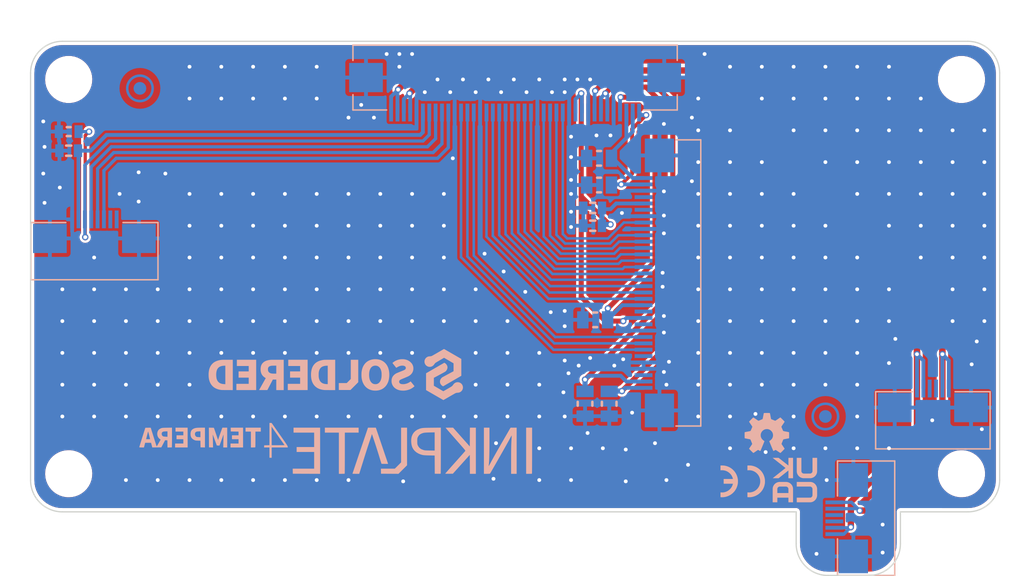
<source format=kicad_pcb>
(kicad_pcb (version 20211014) (generator pcbnew)
  (title_block (title "Connectors board") (date "2023-09-14") (rev "V1.0.0.") (company "Soldered"))
  (layers (0 "F.Cu" signal) (31 "B.Cu" signal) (34 "B.Paste" user) (35 "F.Paste" user) (36 "B.SilkS" user "B.Silkscreen") (37 "F.SilkS" user "F.Silkscreen") (38 "B.Mask" user) (39 "F.Mask" user) (44 "Edge.Cuts" user))
  (net 0 "")
  (net 1 "GND")
  (net 2 "3V3_TOUCH")
  (net 3 "3V3-EINK")
  (net 4 "VNEG")
  (net 5 "VEE")
  (net 6 "VCOM")
  (net 7 "VPOS")
  (net 8 "VDDH")
  (net 9 "BCK_CATHODE")
  (net 12 "BCK_ANODE")
  (net 15 "I2C_SCL_B")
  (net 16 "I2C_SDA_B")
  (net 17 "TOUCH_INT_B")
  (net 18 "TOUCH_RESET_B")
  (net 21 "EPD_CL")
  (net 22 "EPD_LE")
  (net 23 "EPD_OE")
  (net 24 "EPD_SPH")
  (net 25 "EPD_D0")
  (net 26 "EPD_D1")
  (net 27 "EPD_D2")
  (net 28 "EPD_D3")
  (net 29 "EPD_D4")
  (net 30 "EPD_D5")
  (net 31 "EPD_D6")
  (net 32 "EPD_D7")
  (net 35 "EPD_GMODE")
  (net 36 "EPD_CKV")
  (net 37 "EPD_SPV")
  (footprint "e-radionica.com footprinti:HOLE_3.2mm" (layer "F.Cu") (at 183.2 96)
    (fp_text reference "H1" hide)
    (fp_text value "HOLE_3.2mm" hide)
  )
  (footprint "Soldered Graphics:Version1.2.0" (layer "F.Cu") (at 180 129.3)
    (fp_text reference "REF**" hide)
    (fp_text value "Version1.2.0" hide)
  )
  (footprint "e-radionica.com footprinti:HOLE_3.2mm" (layer "F.Cu") (at 113 127)
    (fp_text reference "H4" hide)
    (fp_text value "HOLE_3.2mm" hide)
  )
  (footprint "Soldered Graphics:Logo-Back-UKCA-3.5mm" (layer "F.Cu") (at 170.1 127.5)
    (fp_text reference "REF**" hide)
    (fp_text value "Logo-Back-UKCA-3.5mm" hide)
  )
  (footprint "Soldered Graphics:Logo-Back-OSH-3.5mm" (layer "F.Cu") (at 167.9 123.8)
    (fp_text reference "G***" hide)
    (fp_text value "LOGO" hide)
  )
  (footprint "e-radionica.com footprinti:JS05A-40P-050-3-4" (layer "F.Cu") (at 127.7 126)
    (fp_text reference "K5" hide)
    (fp_text value "JS05A-40P-050-3-4")
  )
  (footprint "e-radionica.com footprinti:HOLE_3.2mm" (layer "F.Cu") (at 183.2 127)
    (fp_text reference "H2" hide)
    (fp_text value "HOLE_3.2mm" hide)
  )
  (footprint "e-radionica.com footprinti:HOLE_3.2mm" (layer "F.Cu") (at 113 96)
    (fp_text reference "H3" hide)
    (fp_text value "HOLE_3.2mm" hide)
  )
  (footprint "Soldered Graphics:Logo-Back-SolderedFULL-20mm" (layer "F.Cu") (at 134 119.2)
    (fp_text reference "REF**" hide)
    (fp_text value "Logo-Front-SolderedFULL-20mm" hide)
  )
  (footprint "Soldered Graphics:Logo-Back-CE-3.5mm" (layer "F.Cu") (at 166 127.6)
    (fp_text reference "REF**" hide)
    (fp_text value "Logo-Back-CE-3.5mm" hide)
  )
  (footprint "e-radionica.com footprinti:SFV34R-3STBE1HLF" (layer "B.Cu") (at 158.5 112 -90)
    (fp_text reference "K3")
    (fp_text value "SFV34R-3STBE1HLF")
  )
  (footprint "e-radionica.com footprinti:FIDUCIAL_23" (layer "B.Cu") (at 172.5 122.5 180)
    (fp_text reference "FD1")
    (fp_text value "FIDUCIAL")
  )
  (footprint "e-radionica.com footprinti:0603R" (layer "B.Cu") (at 113 100.1 180)
    (fp_text reference "R1")
    (fp_text value "100k")
  )
  (footprint "e-radionica.com footprinti:0805C" (layer "B.Cu") (at 154.7 104.3)
    (fp_text reference "C4")
    (fp_text value "4u7-TMK212AB7475KG-T")
  )
  (footprint "e-radionica.com footprinti:0603C" (layer "B.Cu") (at 113 101.6)
    (fp_text reference "C1")
    (fp_text value "100n")
  )
  (footprint "Soldered Graphics:Logo-Front-Inkplate-4-TEMPERA" (layer "B.Cu") (at 134 125 180)
    (fp_text reference "REF**" hide)
    (fp_text value "Logo-Front-Inkplate-4-TEMPERA" hide)
  )
  (footprint "e-radionica.com footprinti:0805C" (layer "B.Cu") (at 155.5 121.5 90)
    (fp_text reference "C7")
    (fp_text value "4u7-TMK212AB7475KG-T")
  )
  (footprint "e-radionica.com footprinti:FIDUCIAL_23" (layer "B.Cu") (at 118.6 96.7 180)
    (fp_text reference "FD2")
    (fp_text value "FIDUCIAL")
  )
  (footprint "e-radionica.com footprinti:62684-401100AHLF" (layer "B.Cu") (at 148.1 97)
    (fp_text reference "K4")
    (fp_text value "62684-402100AHLF")
  )
  (footprint "e-radionica.com footprinti:0805C" (layer "B.Cu") (at 154.7 102.2)
    (fp_text reference "C3")
    (fp_text value "4u7-TMK212AB7475KG-T")
  )
  (footprint "e-radionica.com footprinti:SFV6R-1STBE1HLF" (layer "B.Cu") (at 180.95 120.3 180)
    (fp_text reference "K1")
    (fp_text value "SFV6R-1STBE1HLF")
  )
  (footprint "e-radionica.com footprinti:0603C" (layer "B.Cu") (at 154.2 107.5)
    (fp_text reference "C2")
    (fp_text value "4u7")
  )
  (footprint "e-radionica.com footprinti:SFV6R-1STBE1HLF" (layer "B.Cu") (at 173.2 130.5 -90)
    (fp_text reference "K6")
    (fp_text value "DNP")
  )
  (footprint "e-radionica.com footprinti:SFV8R-1STBE1HLF" (layer "B.Cu") (at 115.02 107 180)
    (fp_text reference "K2")
    (fp_text value "SFV8R-1STBE1HLF")
  )
  (footprint "e-radionica.com footprinti:0603C" (layer "B.Cu") (at 154.2 106.1 180)
    (fp_text reference "C8")
    (fp_text value "100n")
  )
  (footprint "e-radionica.com footprinti:0805C" (layer "B.Cu") (at 154.4 114.9)
    (fp_text reference "C5")
    (fp_text value "4u7-TMK212AB7475KG-T")
  )
  (footprint "e-radionica.com footprinti:0805C" (layer "B.Cu") (at 153.6 121.5 90)
    (fp_text reference "C6")
    (fp_text value "4u7-TMK212AB7475KG-T")
  )
  (gr_line (start 170.2 130) (end 112.5 130) (layer "Edge.Cuts") (width 0.1))
  (gr_arc (start 178.4 132.5) (mid 177.667767 134.267767) (end 175.9 135) (layer "Edge.Cuts") (width 0.1))
  (gr_line (start 110 127.5) (end 110 95.5) (layer "Edge.Cuts") (width 0.1))
  (gr_arc (start 186.2 127.5) (mid 185.467767 129.267767) (end 183.7 130) (layer "Edge.Cuts") (width 0.1))
  (gr_line (start 186.2 95.5) (end 186.2 127.5) (layer "Edge.Cuts") (width 0.1))
  (gr_line (start 172.7 135) (end 175.9 135) (layer "Edge.Cuts") (width 0.1))
  (gr_line (start 183.7 130) (end 178.4 130) (layer "Edge.Cuts") (width 0.1))
  (gr_line (start 178.4 130) (end 178.4 132.5) (layer "Edge.Cuts") (width 0.1))
  (gr_arc (start 110 95.5) (mid 110.732233 93.732233) (end 112.5 93) (layer "Edge.Cuts") (width 0.1))
  (gr_arc (start 183.7 93) (mid 185.467767 93.732233) (end 186.2 95.5) (layer "Edge.Cuts") (width 0.1))
  (gr_line (start 112.5 93) (end 183.7 93) (layer "Edge.Cuts") (width 0.1))
  (gr_arc (start 172.7 135) (mid 170.932233 134.267767) (end 170.2 132.5) (layer "Edge.Cuts") (width 0.1))
  (gr_arc (start 112.5 130) (mid 110.732233 129.267767) (end 110 127.5) (layer "Edge.Cuts") (width 0.1))
  (gr_line (start 170.2 130) (end 170.2 132.5) (layer "Edge.Cuts") (width 0.1))
  (via (at 165 112.5) (size 0.5) (drill 0.3) (layers "F.Cu" "B.Cu") (net 1))
  (via (at 117.5 122.5) (size 0.5) (drill 0.3) (layers "F.Cu" "B.Cu") (net 1))
  (via (at 150 117.5) (size 0.5) (drill 0.3) (layers "F.Cu" "B.Cu") (net 1))
  (via (at 130 127.5) (size 0.5) (drill 0.3) (layers "F.Cu" "B.Cu") (net 1))
  (via (at 167.5 105) (size 0.5) (drill 0.3) (layers "F.Cu" "B.Cu") (net 1))
  (via (at 152.5 106.4) (size 0.5) (drill 0.3) (layers "F.Cu" "B.Cu") (net 1))
  (via (at 165 115) (size 0.5) (drill 0.3) (layers "F.Cu" "B.Cu") (net 1))
  (via (at 150 127.5) (size 0.5) (drill 0.3) (layers "F.Cu" "B.Cu") (net 1))
  (via (at 147 97) (size 0.5) (drill 0.3) (layers "F.Cu" "B.Cu") (net 1))
  (via (at 137.5 107.5) (size 0.5) (drill 0.3) (layers "F.Cu" "B.Cu") (net 1))
  (via (at 182.5 115) (size 0.5) (drill 0.3) (layers "F.Cu" "B.Cu") (net 1))
  (via (at 162.5 110) (size 0.5) (drill 0.3) (layers "F.Cu" "B.Cu") (net 1))
  (via (at 185 100) (size 0.5) (drill 0.3) (layers "F.Cu" "B.Cu") (net 1))
  (via (at 167.5 120) (size 0.5) (drill 0.3) (layers "F.Cu" "B.Cu") (net 1))
  (via (at 163 94) (size 0.5) (drill 0.3) (layers "F.Cu" "B.Cu") (net 1))
  (via (at 143 97) (size 0.5) (drill 0.3) (layers "F.Cu" "B.Cu") (net 1))
  (via (at 127.5 127.5) (size 0.5) (drill 0.3) (layers "F.Cu" "B.Cu") (net 1))
  (via (at 120 120) (size 0.5) (drill 0.3) (layers "F.Cu" "B.Cu") (net 1))
  (via (at 125 122.5) (size 0.5) (drill 0.3) (layers "F.Cu" "B.Cu") (net 1))
  (via (at 152 122.5) (size 0.5) (drill 0.3) (layers "F.Cu" "B.Cu") (net 1))
  (via (at 172.5 120) (size 0.5) (drill 0.3) (layers "F.Cu" "B.Cu") (net 1))
  (via (at 167 122.3) (size 0.5) (drill 0.3) (layers "F.Cu" "B.Cu") (net 1))
  (via (at 120.6 103.4) (size 0.5) (drill 0.3) (layers "F.Cu" "B.Cu") (net 1))
  (via (at 172.5 115) (size 0.5) (drill 0.3) (layers "F.Cu" "B.Cu") (net 1))
  (via (at 154.5 100.4) (size 0.5) (drill 0.3) (layers "F.Cu" "B.Cu") (net 1))
  (via (at 132.5 117.5) (size 0.5) (drill 0.3) (layers "F.Cu" "B.Cu") (net 1))
  (via (at 125 117.5) (size 0.5) (drill 0.3) (layers "F.Cu" "B.Cu") (net 1))
  (via (at 160 127.5) (size 0.5) (drill 0.3) (layers "F.Cu" "B.Cu") (net 1))
  (via (at 130 117.5) (size 0.5) (drill 0.3) (layers "F.Cu" "B.Cu") (net 1))
  (via (at 185 107.5) (size 0.5) (drill 0.3) (layers "F.Cu" "B.Cu") (net 1))
  (via (at 177 131) (size 0.5) (drill 0.3) (layers "F.Cu" "B.Cu") (net 1))
  (via (at 115 117.5) (size 0.5) (drill 0.3) (layers "F.Cu" "B.Cu") (net 1))
  (via (at 175 95) (size 0.5) (drill 0.3) (layers "F.Cu" "B.Cu") (net 1))
  (via (at 155.9 118.5) (size 0.5) (drill 0.3) (layers "F.Cu" "B.Cu") (net 1))
  (via (at 132.5 105) (size 0.5) (drill 0.3) (layers "F.Cu" "B.Cu") (net 1))
  (via (at 167.5 112.5) (size 0.5) (drill 0.3) (layers "F.Cu" "B.Cu") (net 1))
  (via (at 118.5 105.6) (size 0.5) (drill 0.3) (layers "F.Cu" "B.Cu") (net 1))
  (via (at 125 112.5) (size 0.5) (drill 0.3) (layers "F.Cu" "B.Cu") (net 1))
  (via (at 157.3 122.2) (size 0.5) (drill 0.3) (layers "F.Cu" "B.Cu") (net 1))
  (via (at 152.5 100.5) (size 0.5) (drill 0.3) (layers "F.Cu" "B.Cu") (net 1))
  (via (at 142.5 110) (size 0.5) (drill 0.3) (layers "F.Cu" "B.Cu") (net 1))
  (via (at 172.5 110) (size 0.5) (drill 0.3) (layers "F.Cu" "B.Cu") (net 1))
  (via (at 175 112.5) (size 0.5) (drill 0.3) (layers "F.Cu" "B.Cu") (net 1))
  (via (at 122.5 110) (size 0.5) (drill 0.3) (layers "F.Cu" "B.Cu") (net 1))
  (via (at 111 99.3) (size 0.5) (drill 0.3) (layers "F.Cu" "B.Cu") (net 1))
  (via (at 165 105) (size 0.5) (drill 0.3) (layers "F.Cu" "B.Cu") (net 1))
  (via (at 175 120) (size 0.5) (drill 0.3) (layers "F.Cu" "B.Cu") (net 1))
  (via (at 142.5 122.5) (size 0.5) (drill 0.3) (layers "F.Cu" "B.Cu") (net 1))
  (via (at 152.5 125) (size 0.5) (drill 0.3) (layers "F.Cu" "B.Cu") (net 1))
  (via (at 145 97) (size 0.5) (drill 0.3) (layers "F.Cu" "B.Cu") (net 1))
  (via (at 170 110) (size 0.5) (drill 0.3) (layers "F.Cu" "B.Cu") (net 1))
  (via (at 177.5 118.3) (size 0.5) (drill 0.3) (layers "F.Cu" "B.Cu") (net 1))
  (via (at 137 99) (size 0.5) (drill 0.3) (layers "F.Cu" "B.Cu") (net 1))
  (via (at 165 117.5) (size 0.5) (drill 0.3) (layers "F.Cu" "B.Cu") (net 1))
  (via (at 122.5 95) (size 0.5) (drill 0.3) (layers "F.Cu" "B.Cu") (net 1))
  (via (at 153 96) (size 0.5) (drill 0.3) (layers "F.Cu" "B.Cu") (net 1))
  (via (at 122.5 120) (size 0.5) (drill 0.3) (layers "F.Cu" "B.Cu") (net 1))
  (via (at 167.8 125.3) (size 0.5) (drill 0.3) (layers "F.Cu" "B.Cu") (net 1))
  (via (at 159.8 106.7) (size 0.5) (drill 0.3) (layers "F.Cu" "B.Cu") (net 1))
  (via (at 127.5 97.5) (size 0.5) (drill 0.3) (layers "F.Cu" "B.Cu") (net 1))
  (via (at 120 115) (size 0.5) (drill 0.3) (layers "F.Cu" "B.Cu") (net 1))
  (via (at 167.5 95) (size 0.5) (drill 0.3) (layers "F.Cu" "B.Cu") (net 1))
  (via (at 140 112.5) (size 0.5) (drill 0.3) (layers "F.Cu" "B.Cu") (net 1))
  (via (at 167.5 107.5) (size 0.5) (drill 0.3) (layers "F.Cu" "B.Cu") (net 1))
  (via (at 115 115) (size 0.5) (drill 0.3) (layers "F.Cu" "B.Cu") (net 1))
  (via (at 162.5 102.5) (size 0.5) (drill 0.3) (layers "F.Cu" "B.Cu") (net 1))
  (via (at 155 125) (size 0.5) (drill 0.3) (layers "F.Cu" "B.Cu") (net 1))
  (via (at 159.8 119) (size 0.5) (drill 0.3) (layers "F.Cu" "B.Cu") (net 1))
  (via (at 146.6 124.6) (size 0.5) (drill 0.3) (layers "F.Cu" "B.Cu") (net 1))
  (via (at 182.5 100) (size 0.5) (drill 0.3) (layers "F.Cu" "B.Cu") (net 1))
  (via (at 162.5 100) (size 0.5) (drill 0.3) (layers "F.Cu" "B.Cu") (net 1))
  (via (at 132.5 107.5) (size 0.5) (drill 0.3) (layers "F.Cu" "B.Cu") (net 1))
  (via (at 167.5 117.5) (size 0.5) (drill 0.3) (layers "F.Cu" "B.Cu") (net 1))
  (via (at 177.5 107.5) (size 0.5) (drill 0.3) (layers "F.Cu" "B.Cu") (net 1))
  (via (at 125 105) (size 0.5) (drill 0.3) (layers "F.Cu" "B.Cu") (net 1))
  (via (at 152.5 127.5) (size 0.5) (drill 0.3) (layers "F.Cu" "B.Cu") (net 1))
  (via (at 132.5 95) (size 0.5) (drill 0.3) (layers "F.Cu" "B.Cu") (net 1))
  (via (at 135 122.5) (size 0.5) (drill 0.3) (layers "F.Cu" "B.Cu") (net 1))
  (via (at 177 133.2) (size 0.5) (drill 0.3) (layers "F.Cu" "B.Cu") (net 1))
  (via (at 145 122.5) (size 0.5) (drill 0.3) (layers "F.Cu" "B.Cu") (net 1))
  (via (at 142.5 105) (size 0.5) (drill 0.3) (layers "F.Cu" "B.Cu") (net 1))
  (via (at 145 117.5) (size 0.5) (drill 0.3) (layers "F.Cu" "B.Cu") (net 1))
  (via (at 137.5 112.5) (size 0.5) (drill 0.3) (layers "F.Cu" "B.Cu") (net 1))
  (via (at 153.8 123.8) (size 0.5) (drill 0.3) (layers "F.Cu" "B.Cu") (net 1))
  (via (at 172.5 125) (size 0.5) (drill 0.3) (layers "F.Cu" "B.Cu") (net 1))
  (via (at 162.5 122.5) (size 0.5) (drill 0.3) (layers "F.Cu" "B.Cu") (net 1))
  (via (at 165 125) (size 0.5) (drill 0.3) (layers "F.Cu" "B.Cu") (net 1))
  (via (at 152.5 102.1) (size 0.5) (drill 0.3) (layers "F.Cu" "B.Cu") (net 1))
  (via (at 122.5 112.5) (size 0.5) (drill 0.3) (layers "F.Cu" "B.Cu") (net 1))
  (via (at 182.5 107.5) (size 0.5) (drill 0.3) (layers "F.Cu" "B.Cu") (net 1))
  (via (at 137.5 122.5) (size 0.5) (drill 0.3) (layers "F.Cu" "B.Cu") (net 1))
  (via (at 175 97.5) (size 0.5) (drill 0.3) (layers "F.Cu" "B.Cu") (net 1))
  (via (at 159.8 114.6) (size 0.5) (drill 0.3) (layers "F.Cu" "B.Cu") (net 1))
  (via (at 125 97.5) (size 0.5) (drill 0.3) (layers "F.Cu" "B.Cu") (net 1))
  (via (at 184.8 123.5) (size 0.5) (drill 0.3) (layers "F.Cu" "B.Cu") (net 1))
  (via (at 167.5 115) (size 0.5) (drill 0.3) (layers "F.Cu" "B.Cu") (net 1))
  (via (at 130 95) (size 0.5) (drill 0.3) (layers "F.Cu" "B.Cu") (net 1))
  (via (at 137.5 117.5) (size 0.5) (drill 0.3) (layers "F.Cu" "B.Cu") (net 1))
  (via (at 151 97) (size 0.5) (drill 0.3) (layers "F.Cu" "B.Cu") (net 1))
  (via (at 172.5 102.5) (size 0.5) (drill 0.3) (layers "F.Cu" "B.Cu") (net 1))
  (via (at 148 96) (size 0.5) (drill 0.3) (layers "F.Cu" "B.Cu") (net 1))
  (via (at 143.2 102.2) (size 0.5) (drill 0.3) (layers "F.Cu" "B.Cu") (net 1))
  (via (at 130 110) (size 0.5) (drill 0.3) (layers "F.Cu" "B.Cu") (net 1))
  (via (at 180 100) (size 0.5) (drill 0.3) (layers "F.Cu" "B.Cu") (net 1))
  (via (at 175 110) (size 0.5) (drill 0.3) (layers "F.Cu" "B.Cu") (net 1))
  (via (at 184 118.4) (size 0.5) (drill 0.3) (layers "F.Cu" "B.Cu") (net 1))
  (via (at 111.1 105.7) (size 0.5) (drill 0.3) (layers "F.Cu" "B.Cu") (net 1))
  (via (at 165 95) (size 0.5) (drill 0.3) (layers "F.Cu" "B.Cu") (net 1))
  (via (at 159.8 104.8) (size 0.5) (drill 0.3) (layers "F.Cu" "B.Cu") (net 1))
  (via (at 139 94) (size 0.5) (drill 0.3) (layers "F.Cu" "B.Cu") (net 1))
  (via (at 182.5 105) (size 0.5) (drill 0.3) (layers "F.Cu" "B.Cu") (net 1))
  (via (at 172.5 117.5) (size 0.5) (drill 0.3) (layers "F.Cu" "B.Cu") (net 1))
  (via (at 125 95) (size 0.5) (drill 0.3) (layers "F.Cu" "B.Cu") (net 1))
  (via (at 132.5 112.5) (size 0.5) (drill 0.3) (layers "F.Cu" "B.Cu") (net 1))
  (via (at 167.5 110) (size 0.5) (drill 0.3) (layers "F.Cu" "B.Cu") (net 1))
  (via (at 111.1 101.3) (size 0.5) (drill 0.3) (layers "F.Cu" "B.Cu") (net 1))
  (via (at 115 122.5) (size 0.5) (drill 0.3) (layers "F.Cu" "B.Cu") (net 1))
  (via (at 172.6 127.5) (size 0.5) (drill 0.3) (layers "F.Cu" "B.Cu") (net 1))
  (via (at 117 105) (size 0.5) (drill 0.3) (layers "F.Cu" "B.Cu") (net 1))
  (via (at 112.5 112.5) (size 0.5) (drill 0.3) (layers "F.Cu" "B.Cu") (net 1))
  (via (at 172.5 97.5) (size 0.5) (drill 0.3) (layers "F.Cu" "B.Cu") (net 1))
  (via (at 170 120) (size 0.5) (drill 0.3) (layers "F.Cu" "B.Cu") (net 1))
  (via (at 147.5 120) (size 0.5) (drill 0.3) (layers "F.Cu" "B.Cu") (net 1))
  (via (at 185 110) (size 0.5) (drill 0.3) (layers "F.Cu" "B.Cu") (net 1))
  (via (at 115 110) (size 0.5) (drill 0.3) (layers "F.Cu" "B.Cu") (net 1))
  (via (at 175 102.5) (size 0.5) (drill 0.3) (layers "F.Cu" "B.Cu") (net 1))
  (via (at 147.5 117.5) (size 0.5) (drill 0.3) (layers "F.Cu" "B.Cu") (net 1))
  (via (at 127.5 107.5) (size 0.5) (drill 0.3) (layers "F.Cu" "B.Cu") (net 1))
  (via (at 135 105) (size 0.5) (drill 0.3) (layers "F.Cu" "B.Cu") (net 1))
  (via (at 162.5 117.5) (size 0.5) (drill 0.3) (layers "F.Cu" "B.Cu") (net 1))
  (via (at 170 115) (size 0.5) (drill 0.3) (layers "F.Cu" "B.Cu") (net 1))
  (via (at 125 127.5) (size 0.5) (drill 0.3) (layers "F.Cu" "B.Cu") (net 1))
  (via (at 180.9 122.8) (size 0.5) (drill 0.3) (layers "F.Cu" "B.Cu") (net 1))
  (via (at 156.6 118) (size 0.5) (drill 0.3) (layers "F.Cu" "B.Cu") (net 1))
  (via (at 127.5 110) (size 0.5) (drill 0.3) (layers "F.Cu" "B.Cu") (net 1))
  (via (at 127.5 117.5) (size 0.5) (drill 0.3) (layers "F.Cu" "B.Cu") (net 1))
  (via (at 146.4 127.4) (size 0.5) (drill 0.3) (layers "F.Cu" "B.Cu") (net 1))
  (via (at 162.5 115) (size 0.5) (drill 0.3) (layers "F.Cu" "B.Cu") (net 1))
  (via (at 175 117.5) (size 0.5) (drill 0.3) (layers "F.Cu" "B.Cu") (net 1))
  (via (at 139.3 127.6) (size 0.5) (drill 0.3) (layers "F.Cu" "B.Cu") (net 1))
  (via (at 167.5 97.5) (size 0.5) (drill 0.3) (layers "F.Cu" "B.Cu") (net 1))
  (via (at 162 104) (size 0.5) (drill 0.3) (layers "F.Cu" "B.Cu") (net 1))
  (via (at 145 115) (size 0.5) (drill 0.3) (layers "F.Cu" "B.Cu") (net 1))
  (via (at 159.8 108.1) (size 0.5) (drill 0.3) (layers "F.Cu" "B.Cu") (net 1))
  (via (at 177.5 112.5) (size 0.5) (drill 0.3) (layers "F.Cu" "B.Cu") (net 1))
  (via (at 140 105) (size 0.5) (drill 0.3) (layers "F.Cu" "B.Cu") (net 1))
  (via (at 130 97.5) (size 0.5) (drill 0.3) (layers "F.Cu" "B.Cu") (net 1))
  (via (at 132.5 110) (size 0.5) (drill 0.3) (layers "F.Cu" "B.Cu") (net 1))
  (via (at 150 125) (size 0.5) (drill 0.3) (layers "F.Cu" "B.Cu") (net 1))
  (via (at 175 115) (size 0.5) (drill 0.3) (layers "F.Cu" "B.Cu") (net 1))
  (via (at 151.9 120.6) (size 0.5) (drill 0.3) (layers "F.Cu" "B.Cu") (net 1))
  (via (at 165 102.5) (size 0.5) (drill 0.3) (layers "F.Cu" "B.Cu") (net 1))
  (via (at 137.5 115) (size 0.5) (drill 0.3) (layers "F.Cu" "B.Cu") (net 1))
  (via (at 135 115) (size 0.5) (drill 0.3) (layers "F.Cu" "B.Cu") (net 1))
  (via (at 120 112.5) (size 0.5) (drill 0.3) (layers "F.Cu" "B.Cu") (net 1))
  (via (at 132.5 97.5) (size 0.5) (drill 0.3) (layers "F.Cu" "B.Cu") (net 1))
  (via (at 170 122.5) (size 0.5) (drill 0.3) (layers "F.Cu" "B.Cu") (net 1))
  (via (at 180 97.5) (size 0.5) (drill 0.3) (layers "F.Cu" "B.Cu") (net 1))
  (via (at 152.3 119.1) (size 0.5) (drill 0.3) (layers "F.Cu" "B.Cu") (net 1))
  (via (at 138 94) (size 0.5) (drill 0.3) (layers "F.Cu" "B.Cu") (net 1))
  (via (at 150 96) (size 0.5) (drill 0.3) (layers "F.Cu" "B.Cu") (net 1))
  (via (at 145 120) (size 0.5) (drill 0.3) (layers "F.Cu" "B.Cu") (net 1))
  (via (at 177.5 105) (size 0.5) (drill 0.3) (layers "F.Cu" "B.Cu") (net 1))
  (via (at 132.5 127.5) (size 0.5) (drill 0.3) (layers "F.Cu" "B.Cu") (net 1))
  (via (at 159.1 124.6) (size 0.5) (drill 0.3) (layers "F.Cu" "B.Cu") (net 1))
  (via (at 170 95) (size 0.5) (drill 0.3) (layers "F.Cu" "B.Cu") (net 1))
  (via (at 122.5 107.5) (size 0.5) (drill 0.3) (layers "F.Cu" "B.Cu") (net 1))
  (via (at 152 96) (size 0.5) (drill 0.3) (layers "F.Cu" "B.Cu") (net 1))
  (via (at 120 122.5) (size 0.5) (drill 0.3) (layers "F.Cu" "B.Cu") (net 1))
  (via (at 162.5 105) (size 0.5) (drill 0.3) (layers "F.Cu" "B.Cu") (net 1))
  (via (at 154 96) (size 0.5) (drill 0.3) (layers "F.Cu" "B.Cu") (net 1))
  (via (at 137.5 110) (size 0.5) (drill 0.3) (layers "F.Cu" "B.Cu") (net 1))
  (via (at 148.9 112.7) (size 0.5) (drill 0.3) (layers "F.Cu" "B.Cu") (net 1))
  (via (at 112.5 120) (size 0.5) (drill 0.3) (layers "F.Cu" "B.Cu") (net 1))
  (via (at 160 120) (size 0.5) (drill 0.3) (layers "F.Cu" "B.Cu") (net 1))
  (via (at 154 117.9) (size 0.5) (drill 0.3) (layers "F.Cu" "B.Cu") (net 1))
  (via (at 112.5 115) (size 0.5) (drill 0.3) (layers "F.Cu" "B.Cu") (net 1))
  (via (at 146 96) (size 0.5) (drill 0.3) (layers "F.Cu" "B.Cu") (net 1))
  (via (at 142.5 115) (size 0.5) (drill 0.3) (layers "F.Cu" "B.Cu") (net 1))
  (via (at 122.5 105) (size 0.5) (drill 0.3) (layers "F.Cu" "B.Cu") (net 1))
  (via (at 122.5 117.5) (size 0.5) (drill 0.3) (layers "F.Cu" "B.Cu") (net 1))
  (via (at 122.5 97.5) (size 0.5) (drill 0.3) (layers "F.Cu" "B.Cu") (net 1))
  (via (at 112.3 104.5) (size 0.5) (drill 0.3) (layers "F.Cu" "B.Cu") (net 1))
  (via (at 142.5 112.5) (size 0.5) (drill 0.3) (layers "F.Cu" "B.Cu") (net 1))
  (via (at 117.5 127.5) (size 0.5) (drill 0.3) (layers "F.Cu" "B.Cu") (net 1))
  (via (at 145.7 109.7) (size 0.5) (drill 0.3) (layers "F.Cu" "B.Cu") (net 1))
  (via (at 130 115) (size 0.5) (drill 0.3) (layers "F.Cu" "B.Cu") (net 1))
  (via (at 184.4 116.6) (size 0.5) (drill 0.3) (layers "F.Cu" "B.Cu") (net 1))
  (via (at 167.5 102.5) (size 0.5) (drill 0.3) (layers "F.Cu" "B.Cu") (net 1))
  (via (at 162.5 112.5) (size 0.5) (drill 0.3) (layers "F.Cu" "B.Cu") (net 1))
  (via (at 170 117.5) (size 0.5) (drill 0.3) (layers "F.Cu" "B.Cu") (net 1))
  (via (at 135 127.5) (size 0.5) (drill 0.3) (layers "F.Cu" "B.Cu") (net 1))
  (via (at 140 110) (size 0.5) (drill 0.3) (layers "F.Cu" "B.Cu") (net 1))
  (via (at 149 97) (size 0.5) (drill 0.3) (layers "F.Cu" "B.Cu") (net 1))
  (via (at 122.5 115) (size 0.5) (drill 0.3) (layers "F.Cu" "B.Cu") (net 1))
  (via (at 111 103.4) (size 0.5) (drill 0.3) (layers "F.Cu" "B.Cu") (net 1))
  (via (at 159.7 111.2) (size 0.5) (drill 0.3) (layers "F.Cu" "B.Cu") (net 1))
  (via (at 170 107.5) (size 0.5) (drill 0.3) (layers "F.Cu" "B.Cu") (net 1))
  (via (at 112.5 122.5) (size 0.5) (drill 0.3) (layers "F.Cu" "B.Cu") (net 1))
  (via (at 118.5 103.3) (size 0.5) (drill 0.3) (layers "F.Cu" "B.Cu") (net 1))
  (via (at 122.5 122.5) (size 0.5) (drill 0.3) (layers "F.Cu" "B.Cu") (net 1))
  (via (at 185 115) (size 0.5) (drill 0.3) (layers "F.Cu" "B.Cu") (net 1))
  (via (at 127.5 115) (size 0.5) (drill 0.3) (layers "F.Cu" "B.Cu") (net 1))
  (via (at 117.5 115) (size 0.5) (drill 0.3) (layers "F.Cu" "B.Cu") (net 1))
  (via (at 147.5 122.5) (size 0.5) (drill 0.3) (layers "F.Cu" "B.Cu") (net 1))
  (via (at 117.5 112.5) (size 0.5) (drill 0.3) (layers "F.Cu" "B.Cu") (net 1))
  (via (at 130 105) (size 0.5) (drill 0.3) (layers "F.Cu" "B.Cu") (net 1))
  (via (at 117.5 117.5) (size 0.5) (drill 0.3) (layers "F.Cu" "B.Cu") (net 1))
  (via (at 130 107.5) (size 0.5) (drill 0.3) (layers "F.Cu" "B.Cu") (net 1))
  (via (at 180 102.5) (size 0.5) (drill 0.3) (layers "F.Cu" "B.Cu") (net 1))
  (via (at 120 117.5) (size 0.5) (drill 0.3) (layers "F.Cu" "B.Cu") (net 1))
  (via (at 152 114.2) (size 0.5) (drill 0.3) (layers "F.Cu" "B.Cu") (net 1))
  (via (at 177.5 100) (size 0.5) (drill 0.3) (layers "F.Cu" "B.Cu") (net 1))
  (via (at 127.5 122.5) (size 0.5) (drill 0.3) (layers "F.Cu" "B.Cu") (net 1))
  (via (at 135 99) (size 0.5) (drill 0.3) (layers "F.Cu" "B.Cu") (net 1))
  (via (at 160.2 118.2) (size 0.5) (drill 0.3) (layers "F.Cu" "B.Cu") (net 1))
  (via (at 127.5 105) (size 0.5) (drill 0.3) (layers "F.Cu" "B.Cu") (net 1))
  (via (at 135 117.5) (size 0.5) (drill 0.3) (layers "F.Cu" "B.Cu") (net 1))
  (via (at 140 107.5) (size 0.5) (drill 0.3) (layers "F.Cu" "B.Cu") (net 1))
  (via (at 180 105) (size 0.5) (drill 0.3) (layers "F.Cu" "B.Cu") (net 1))
  (via (at 172.5 107.5) (size 0.5) (drill 0.3) (layers "F.Cu" "B.Cu") (net 1))
  (via (at 165 120) (size 0.5) (drill 0.3) (layers "F.Cu" "B.Cu") (net 1))
  (via (at 140 117.5) (size 0.5) (drill 0.3) (layers "F.Cu" "B.Cu") (net 1))
  (via (at 165 110) (size 0.5) (drill 0.3) (layers "F.Cu" "B.Cu") (net 1))
  (via (at 115 112.5) (size 0.5) (drill 0.3) (layers "F.Cu" "B.Cu") (net 1))
  (via (at 141 97) (size 0.5) (drill 0.3) (layers "F.Cu" "B.Cu") (net 1))
  (via (at 177.5 115) (size 0.5) (drill 0.3) (layers "F.Cu" "B.Cu") (net 1))
  (via (at 142.5 107.5) (size 0.5) (drill 0.3) (layers "F.Cu" "B.Cu") (net 1))
  (via (at 162.5 97.5) (size 0.5) (drill 0.3) (layers "F.Cu" "B.Cu") (net 1))
  (via (at 185 102.5) (size 0.5) (drill 0.3) (layers "F.Cu" "B.Cu") (net 1))
  (via (at 150 122.5) (size 0.5) (drill 0.3) (layers "F.Cu" "B.Cu") (net 1))
  (via (at 125 107.5) (size 0.5) (drill 0.3) (layers "F.Cu" "B.Cu") (net 1))
  (via (at 112.5 117.5) (size 0.5) (drill 0.3) (layers "F.Cu" "B.Cu") (net 1))
  (via (at 185 105) (size 0.5) (drill 0.3) (layers "F.Cu" "B.Cu") (net 1))
  (via (at 182.5 102.5) (size 0.5) (drill 0.3) (layers "F.Cu" "B.Cu") (net 1))
  (via (at 180 110) (size 0.5) (drill 0.3) (layers "F.Cu" "B.Cu") (net 1))
  (via (at 170 105) (size 0.5) (drill 0.3) (layers "F.Cu" "B.Cu") (net 1))
  (via (at 175 105) (size 0.5) (drill 0.3) (layers "F.Cu" "B.Cu") (net 1))
  (via (at 136 98) (size 0.5) (drill 0.3) (layers "F.Cu" "B.Cu") (net 1))
  (via (at 156.5 106.5) (size 0.5) (drill 0.3) (layers "F.Cu" "B.Cu") (net 1))
  (via (at 155.6 100.4) (size 0.5) (drill 0.3) (layers "F.Cu" "B.Cu") (net 1))
  (via (at 152.5 107.6) (size 0.5) (drill 0.3) (layers "F.Cu" "B.Cu") (net 1))
  (via (at 185 112.5) (size 0.5) (drill 0.3) (layers "F.Cu" "B.Cu") (net 1))
  (via (at 177.5 125) (size 0.5) (drill 0.3) (layers "F.Cu" "B.Cu") (net 1))
  (via (at 162 99) (size 0.5) (drill 0.3) (layers "F.Cu" "B.Cu") (net 1))
  (via (at 165 107.5) (size 0.5) (drill 0.3) (layers "F.Cu" "B.Cu") (net 1))
  (via (at 180 107.5) (size 0.5) (drill 0.3) (layers "F.Cu" "B.Cu") (net 1))
  (via (at 130 112.5) (size 0.5) (drill 0.3) (layers "F.Cu" "B.Cu") (net 1))
  (via (at 120 127.5) (size 0.5) (drill 0.3) (layers "F.Cu" "B.Cu") (net 1))
  (via (at 182.5 110) (size 0.5) (drill 0.3) (layers "F.Cu" "B.Cu") (net 1))
  (via (at 175 100) (size 0.5) (drill 0.3) (layers "F.Cu" "B.Cu") (net 1))
  (via (at 125 110) (size 0.5) (drill 0.3) (layers "F.Cu" "B.Cu") (net 1))
  (via (at 115 120) (size 0.5) (drill 0.3) (layers "F.Cu" "B.Cu") (net 1))
  (via (at 139 95) (size 0.5) (drill 0.3) (layers "F.Cu" "B.Cu") (net 1))
  (via (at 130 122.5) (size 0.5) (drill 0.3) (layers "F.Cu" "B.Cu") (net 1))
  (via (at 152 115.4) (size 0.5) (drill 0.3) (layers "F.Cu" "B.Cu") (net 1))
  (via (at 142 96) (size 0.5) (drill 0.3) (layers "F.Cu" "B.Cu") (net 1))
  (via (at 152 118.1) (size 0.5) (drill 0.3) (layers "F.Cu" "B.Cu") (net 1))
  (via (at 117.5 120) (size 0.5) (drill 0.3) (layers "F.Cu" "B.Cu") (net 1))
  (via (at 140 122.5) (size 0.5) (drill 0.3) (layers "F.Cu" "B.Cu") (net 1))
  (via (at 175 125) (size 0.5) (drill 0.3) (layers "F.Cu" "B.Cu") (net 1))
  (via (at 162.5 107.5) (size 0.5) (drill 0.3) (layers "F.Cu" "B.Cu") (net 1))
  (via (at 165 122.5) (size 0.5) (drill 0.3) (layers "F.Cu" "B.Cu") (net 1))
  (via (at 135 112.5) (size 0.5) (drill 0.3) (layers "F.Cu" "B.Cu") (net 1))
  (via (at 135 110) (size 0.5) (drill 0.3) (layers "F.Cu" "B.Cu") (net 1))
  (via (at 159.7 112.3) (size 0.5) (drill 0.3) (layers "F.Cu" "B.Cu") (net 1))
  (via (at 132.5 115) (size 0.5) (drill 0.3) (layers "F.Cu" "B.Cu") (net 1))
  (via (at 132.5 122.5) (size 0.5) (drill 0.3) (layers "F.Cu" "B.Cu") (net 1))
  (via (at 150 120) (size 0.5) (drill 0.3) (layers "F.Cu" "B.Cu") (net 1))
  (via (at 177.5 97.5) (size 0.5) (drill 0.3) (layers "F.Cu" "B.Cu") (net 1))
  (via (at 140 94) (size 0.5) (drill 0.3) (layers "F.Cu" "B.Cu") (net 1))
  (via (at 150.9 114.3) (size 0.5) (drill 0.3) (layers "F.Cu" "B.Cu") (net 1))
  (via (at 135 107.5) (size 0.5) (drill 0.3) (layers "F.Cu" "B.Cu") (net 1))
  (via (at 162.5 120) (size 0.5) (drill 0.3) (layers "F.Cu" "B.Cu") (net 1))
  (via (at 125 115) (size 0.5) (drill 0.3) (layers "F.Cu" "B.Cu") (net 1))
  (via (at 156.8 125.1) (size 0.5) (drill 0.3) (layers "F.Cu" "B.Cu") (net 1))
  (via (at 161.7 126.3) (size 0.5) (drill 0.3) (layers "F.Cu" "B.Cu") (net 1))
  (via (at 127.5 112.5) (size 0.5) (drill 0.3) (layers "F.Cu" "B.Cu") (net 1))
  (via (at 152.5 103.9) (size 0.5) (drill 0.3) (layers "F.Cu" "B.Cu") (net 1))
  (via (at 159.8 99.5) (size 0.5) (drill 0.3) (layers "F.Cu" "B.Cu") (net 1))
  (via (at 172.5 95) (size 0.5) (drill 0.3) (layers "F.Cu" "B.Cu") (net 1))
  (via (at 144 96) (size 0.5) (drill 0.3) (layers "F.Cu" "B.Cu") (net 1))
  (via (at 156.8 127.6) (size 0.5) (drill 0.3) (layers "F.Cu" "B.Cu") (net 1))
  (via (at 147.2 111.1) (size 0.5) (drill 0.3) (layers "F.Cu" "B.Cu") (net 1))
  (via (at 177.5 102.5) (size 0.5) (drill 0.3) (layers "F.Cu" "B.Cu") (net 1))
  (via (at 172.5 112.5) (size 0.5) (drill 0.3) (layers "F.Cu" "B.Cu") (net 1))
  (via (at 145 112.5) (size 0.5) (drill 0.3) (layers "F.Cu" "B.Cu") (net 1))
  (via (at 152 97) (size 0.5) (drill 0.3) (layers "F.Cu" "B.Cu") (net 1))
  (via (at 171.8 133.3) (size 0.5) (drill 0.3) (layers "F.Cu" "B.Cu") (net 1))
  (via (at 147.5 115) (size 0.5) (drill 0.3) (layers "F.Cu" "B.Cu") (net 1))
  (via (at 153.1 118.5) (size 0.5) (drill 0.3) (layers "F.Cu" "B.Cu") (net 1))
  (via (at 170 97.5) (size 0.5) (drill 0.3) (layers "F.Cu" "B.Cu") (net 1))
  (via (at 127.5 95) (size 0.5) (drill 0.3) (layers "F.Cu" "B.Cu") (net 1))
  (via (at 137.5 105) (size 0.5) (drill 0.3) (layers "F.Cu" "B.Cu") (net 1))
  (via (at 182.5 112.5) (size 0.5) (drill 0.3) (layers "F.Cu" "B.Cu") (net 1))
  (via (at 170 100) (size 0.5) (drill 0.3) (layers "F.Cu" "B.Cu") (net 1))
  (via (at 175 122.5) (size 0.5) (drill 0.3) (layers "F.Cu" "B.Cu") (net 1))
  (via (at 159.8 115.9) (size 0.5) (drill 0.3) (layers "F.Cu" "B.Cu") (net 1))
  (via (at 177.5 95) (size 0.5) (drill 0.3) (layers "F.Cu" "B.Cu") (net 1))
  (via (at 170 112.5) (size 0.5) (drill 0.3) (layers "F.Cu" "B.Cu") (net 1))
  (via (at 152.5 105) (size 0.5) (drill 0.3) (layers "F.Cu" "B.Cu") (net 1))
  (via (at 172.5 100) (size 0.5) (drill 0.3) (layers "F.Cu" "B.Cu") (net 1))
  (via (at 165 100) (size 0.5) (drill 0.3) (layers "F.Cu" "B.Cu") (net 1))
  (via (at 140 115) (size 0.5) (drill 0.3) (layers "F.Cu" "B.Cu") (net 1))
  (via (at 170 125) (size 0.5) (drill 0.3) (layers "F.Cu" "B.Cu") (net 1))
  (via (at 122.5 127.5) (size 0.5) (drill 0.3) (layers "F.Cu" "B.Cu") (net 1))
  (via (at 178 116.4) (size 0.5) (drill 0.3) (layers "F.Cu" "B.Cu") (net 1))
  (segment (start 140.85 100.15) (end 140.85 98.6) (width 0.3) (layer "B.Cu") (net 2))
  (segment (start 113.77 101.64) (end 113.77 107) (width 0.3) (layer "B.Cu") (net 2))
  (segment (start 140.63708 100.36292) (end 140.85 100.15) (width 0.3) (layer "B.Cu") (net 2))
  (segment (start 114.726098 101.6) (end 115.963178 100.36292) (width 0.3) (layer "B.Cu") (net 2))
  (segment (start 113.73 101.6) (end 114.726098 101.6) (width 0.3) (layer "B.Cu") (net 2))
  (segment (start 113.73 101.6) (end 113.77 101.64) (width 0.3) (layer "B.Cu") (net 2))
  (segment (start 115.963178 100.36292) (end 140.63708 100.36292) (width 0.3) (layer "B.Cu") (net 2))
  (segment (start 155.5 107.4) (end 153.3 105.2) (width 0.4) (layer "F.Cu") (net 3))
  (segment (start 153.3 105.2) (end 153.3 97.1) (width 0.4) (layer "F.Cu") (net 3))
  (segment (start 153.3 113.1) (end 153.3 105.2) (width 0.4) (layer "F.Cu") (net 3))
  (segment (start 155.6 107.4) (end 155.5 107.4) (width 0.4) (layer "F.Cu") (net 3))
  (segment (start 155.2 115) (end 153.3 113.1) (width 0.4) (layer "F.Cu") (net 3))
  (segment (start 156.6 115) (end 155.2 115) (width 0.4) (layer "F.Cu") (net 3))
  (via (at 155.6 107.4) (size 0.5) (drill 0.3) (layers "F.Cu" "B.Cu") (net 3))
  (via (at 153.3 97.1) (size 0.5) (drill 0.3) (layers "F.Cu" "B.Cu") (net 3))
  (via (at 156.6 115) (size 0.5) (drill 0.3) (layers "F.Cu" "B.Cu") (net 3))
  (segment (start 156.05 105.75) (end 155.6 106.2) (width 0.3) (layer "B.Cu") (net 3))
  (segment (start 155.6 107.4) (end 154.93 107.4) (width 0.4) (layer "B.Cu") (net 3))
  (segment (start 154.93 107.4) (end 154.93 106.2) (width 0.4) (layer "B.Cu") (net 3))
  (segment (start 153.3 97.1) (end 152.85 97.55) (width 0.3) (layer "B.Cu") (net 3))
  (segment (start 153.3 97.1) (end 153.35 97.15) (width 0.3) (layer "B.Cu") (net 3))
  (segment (start 155.6 106.2) (end 154.93 106.2) (width 0.3) (layer "B.Cu") (net 3))
  (segment (start 153.35 97.15) (end 153.35 98.6) (width 0.3) (layer "B.Cu") (net 3))
  (segment (start 152.85 97.55) (end 152.85 98.6) (width 0.3) (layer "B.Cu") (net 3))
  (segment (start 156.85 114.75) (end 158.2 114.75) (width 0.3) (layer "B.Cu") (net 3))
  (segment (start 158.2 105.75) (end 156.05 105.75) (width 0.3) (layer "B.Cu") (net 3))
  (segment (start 156.6 115) (end 156.85 114.75) (width 0.3) (layer "B.Cu") (net 3))
  (segment (start 158.2 103.75) (end 157.35 103.75) (width 0.3) (layer "B.Cu") (net 4))
  (segment (start 155.8 102.2) (end 155.675 102.2) (width 0.3) (layer "B.Cu") (net 4))
  (segment (start 157.35 103.75) (end 155.8 102.2) (width 0.3) (layer "B.Cu") (net 4))
  (segment (start 155.675 101.775) (end 156.85 100.6) (width 0.3) (layer "B.Cu") (net 4))
  (segment (start 157.35 98.6) (end 157.35 100.1) (width 0.3) (layer "B.Cu") (net 4))
  (segment (start 157.35 100.1) (end 156.85 100.6) (width 0.3) (layer "B.Cu") (net 4))
  (segment (start 156.85 100.6) (end 156.85 98.6) (width 0.3) (layer "B.Cu") (net 4))
  (segment (start 155.675 102.2) (end 155.7 102.2) (width 0.3) (layer "B.Cu") (net 4))
  (segment (start 155.675 102.2) (end 155.675 101.775) (width 0.3) (layer "B.Cu") (net 4))
  (segment (start 157.3 103.4) (end 156.45 104.25) (width 0.3) (layer "F.Cu") (net 5))
  (segment (start 157.3 99.9) (end 157.3 103.4) (width 0.3) (layer "F.Cu") (net 5))
  (segment (start 158.4 98.8) (end 157.3 99.9) (width 0.3) (layer "F.Cu") (net 5))
  (via (at 158.4 98.8) (size 0.5) (drill 0.3) (layers "F.Cu" "B.Cu") (net 5))
  (via (at 156.45 104.25) (size 0.5) (drill 0.3) (layers "F.Cu" "B.Cu") (net 5))
  (segment (start 158.4 98.8) (end 158.05 98.8) (width 0.3) (layer "B.Cu") (net 5))
  (segment (start 155.725 104.25) (end 155.675 104.3) (width 0.3) (layer "B.Cu") (net 5))
  (segment (start 156.45 104.25) (end 156.25 104.25) (width 0.3) (layer "B.Cu") (net 5))
  (segment (start 156.25 104.25) (end 155.725 104.25) (width 0.3) (layer "B.Cu") (net 5))
  (segment (start 158.2 104.25) (end 156.45 104.25) (width 0.3) (layer "B.Cu") (net 5))
  (segment (start 158.05 98.8) (end 157.85 98.6) (width 0.3) (layer "B.Cu") (net 5))
  (segment (start 159.1 110.3) (end 159.1 98.4) (width 0.4) (layer "F.Cu") (net 6))
  (segment (start 158.1 97.4) (end 156.4 97.4) (width 0.4) (layer "F.Cu") (net 6))
  (segment (start 159.1 98.4) (end 158.1 97.4) (width 0.4) (layer "F.Cu") (net 6))
  (segment (start 155.4 114) (end 159.1 110.3) (width 0.4) (layer "F.Cu") (net 6))
  (via (at 156.4 97.4) (size 0.5) (drill 0.3) (layers "F.Cu" "B.Cu") (net 6))
  (via (at 155.4 114) (size 0.5) (drill 0.3) (layers "F.Cu" "B.Cu") (net 6))
  (segment (start 155.375 114.025) (end 155.375 114.9) (width 0.4) (layer "B.Cu") (net 6))
  (segment (start 156.525 113.75) (end 155.375 114.9) (width 0.3) (layer "B.Cu") (net 6))
  (segment (start 156.35 97.45) (end 156.35 98.6) (width 0.3) (layer "B.Cu") (net 6))
  (segment (start 155.4 114) (end 155.375 114.025) (width 0.4) (layer "B.Cu") (net 6))
  (segment (start 156.4 97.4) (end 156.35 97.45) (width 0.3) (layer "B.Cu") (net 6))
  (segment (start 158.2 113.75) (end 156.525 113.75) (width 0.3) (layer "B.Cu") (net 6))
  (segment (start 160.5 112.7) (end 153.6 119.6) (width 0.4) (layer "F.Cu") (net 7))
  (segment (start 160.5 98.7) (end 160.5 112.7) (width 0.4) (layer "F.Cu") (net 7))
  (segment (start 155.2 97.1) (end 155.7 96.6) (width 0.4) (layer "F.Cu") (net 7))
  (segment (start 155.7 96.6) (end 158.4 96.6) (width 0.4) (layer "F.Cu") (net 7))
  (segment (start 158.4 96.6) (end 160.5 98.7) (width 0.4) (layer "F.Cu") (net 7))
  (via (at 153.6 119.6) (size 0.5) (drill 0.3) (layers "F.Cu" "B.Cu") (net 7))
  (via (at 155.2 97.1) (size 0.5) (drill 0.3) (layers "F.Cu" "B.Cu") (net 7))
  (segment (start 156.4 119.3) (end 153.9 119.3) (width 0.3) (layer "B.Cu") (net 7))
  (segment (start 153.9 119.3) (end 153.6 119.6) (width 0.3) (layer "B.Cu") (net 7))
  (segment (start 154.85 98.6) (end 154.85 97.45) (width 0.3) (layer "B.Cu") (net 7))
  (segment (start 154.85 97.45) (end 155.2 97.1) (width 0.3) (layer "B.Cu") (net 7))
  (segment (start 155.35 98.6) (end 155.35 97.25) (width 0.3) (layer "B.Cu") (net 7))
  (segment (start 155.35 97.25) (end 155.2 97.1) (width 0.3) (layer "B.Cu") (net 7))
  (segment (start 156.85 119.75) (end 156.4 119.3) (width 0.3) (layer "B.Cu") (net 7))
  (segment (start 158.2 119.75) (end 156.85 119.75) (width 0.3) (layer "B.Cu") (net 7))
  (segment (start 153.6 119.6) (end 153.6 120.525) (width 0.4) (layer "B.Cu") (net 7))
  (segment (start 158.648329 96.00048) (end 161.1 98.452151) (width 0.4) (layer "F.Cu") (net 8))
  (segment (start 161.1 98.452151) (end 161.1 115.9) (width 0.4) (layer "F.Cu") (net 8))
  (segment (start 155.29952 96.00048) (end 158.648329 96.00048) (width 0.4) (layer "F.Cu") (net 8))
  (segment (start 154.4 96.9) (end 155.29952 96.00048) (width 0.4) (layer "F.Cu") (net 8))
  (segment (start 161.1 115.9) (end 156.5 120.5) (width 0.4) (layer "F.Cu") (net 8))
  (via (at 154.4 96.9) (size 0.5) (drill 0.3) (layers "F.Cu" "B.Cu") (net 8))
  (via (at 156.5 120.5) (size 0.5) (drill 0.3) (layers "F.Cu" "B.Cu") (net 8))
  (segment (start 156.75 120.25) (end 156.5 120.5) (width 0.3) (layer "B.Cu") (net 8))
  (segment (start 155.525 120.5) (end 155.5 120.525) (width 0.4) (layer "B.Cu") (net 8))
  (segment (start 154.35 96.95) (end 154.4 96.9) (width 0.3) (layer "B.Cu") (net 8))
  (segment (start 156.5 120.5) (end 155.525 120.5) (width 0.4) (layer "B.Cu") (net 8))
  (segment (start 158.2 120.25) (end 156.75 120.25) (width 0.3) (layer "B.Cu") (net 8))
  (segment (start 154.35 98.6) (end 154.35 96.95) (width 0.3) (layer "B.Cu") (net 8))
  (segment (start 181.7 114.1) (end 162.1 94.5) (width 0.5) (layer "F.Cu") (net 9))
  (segment (start 175.8 129.9) (end 181.7 124) (width 0.5) (layer "F.Cu") (net 9))
  (segment (start 181.7 116.7) (end 181.7 114.1) (width 0.5) (layer "F.Cu") (net 9))
  (segment (start 181.7 117.6) (end 181.7 116.7) (width 0.5) (layer "F.Cu") (net 9))
  (segment (start 181.7 124) (end 181.7 116.7) (width 0.5) (layer "F.Cu") (net 9))
  (segment (start 162.1 94.5) (end 141.2 94.5) (width 0.5) (layer "F.Cu") (net 9))
  (segment (start 141.2 94.5) (end 138.9 96.8) (width 0.5) (layer "F.Cu") (net 9))
  (segment (start 175.1995 129.9) (end 175.8 129.9) (width 0.5) (layer "F.Cu") (net 9))
  (via (at 138.9 96.8) (size 0.5) (drill 0.3) (layers "F.Cu" "B.Cu") (net 9))
  (via (at 181.7 117.6) (size 0.5) (drill 0.3) (layers "F.Cu" "B.Cu") (net 9))
  (via (at 175.1995 129.9) (size 0.5) (drill 0.3) (layers "F.Cu" "B.Cu") (net 9))
  (segment (start 138.85 98.6) (end 138.85 96.85) (width 0.3) (layer "B.Cu") (net 9))
  (segment (start 138.9 96.8) (end 138.35 97.35) (width 0.3) (layer "B.Cu") (net 9))
  (segment (start 182.2 118.1) (end 181.7 117.6) (width 0.3) (layer "B.Cu") (net 9))
  (segment (start 175.1995 129.9) (end 175.0495 129.75) (width 0.254) (layer "B.Cu") (net 9))
  (segment (start 182.2 120.3) (end 182.2 118.1) (width 0.3) (layer "B.Cu") (net 9))
  (segment (start 138.35 97.35) (end 138.35 98.6) (width 0.3) (layer "B.Cu") (net 9))
  (segment (start 175.1995 129.9) (end 174.5495 129.25) (width 0.254) (layer "B.Cu") (net 9))
  (segment (start 181.7 120.3) (end 181.7 117.6) (width 0.3) (layer "B.Cu") (net 9))
  (segment (start 174.5495 129.25) (end 173.2 129.25) (width 0.254) (layer "B.Cu") (net 9))
  (segment (start 175.0495 129.75) (end 173.2 129.75) (width 0.254) (layer "B.Cu") (net 9))
  (segment (start 138.85 96.85) (end 138.9 96.8) (width 0.3) (layer "B.Cu") (net 9))
  (segment (start 141.605365 95.294635) (end 139.8 97.1) (width 0.5) (layer "F.Cu") (net 12))
  (segment (start 174.5 131.2) (end 174.5 129.2) (width 0.5) (layer "F.Cu") (net 12))
  (segment (start 161.594635 95.294635) (end 141.605365 95.294635) (width 0.5) (layer "F.Cu") (net 12))
  (segment (start 179.7 113.4) (end 161.594635 95.294635) (width 0.5) (layer "F.Cu") (net 12))
  (segment (start 174.5 129.2) (end 179.7 124) (width 0.5) (layer "F.Cu") (net 12))
  (segment (start 179.7 117.6) (end 179.7 117.1) (width 0.5) (layer "F.Cu") (net 12))
  (segment (start 179.7 124) (end 179.7 117.1) (width 0.5) (layer "F.Cu") (net 12))
  (segment (start 179.7 117.1) (end 179.7 113.4) (width 0.5) (layer "F.Cu") (net 12))
  (via (at 139.8 97.1) (size 0.5) (drill 0.3) (layers "F.Cu" "B.Cu") (net 12))
  (via (at 174.5 131.2) (size 0.5) (drill 0.3) (layers "F.Cu" "B.Cu") (net 12))
  (via (at 179.7 117.6) (size 0.5) (drill 0.3) (layers "F.Cu" "B.Cu") (net 12))
  (segment (start 180.2 118.1) (end 179.7 117.6) (width 0.3) (layer "B.Cu") (net 12))
  (segment (start 174.45 131.25) (end 173.2 131.25) (width 0.254) (layer "B.Cu") (net 12))
  (segment (start 174.5 131.2) (end 174.45 131.25) (width 0.254) (layer "B.Cu") (net 12))
  (segment (start 139.85 98.6) (end 139.85 97.15) (width 0.3) (layer "B.Cu") (net 12))
  (segment (start 139.35 98.6) (end 139.35 97.55) (width 0.3) (layer "B.Cu") (net 12))
  (segment (start 179.7 120.3) (end 179.7 117.6) (width 0.3) (layer "B.Cu") (net 12))
  (segment (start 174.5 131.2) (end 173.95 131.75) (width 0.254) (layer "B.Cu") (net 12))
  (segment (start 139.85 97.15) (end 139.8 97.1) (width 0.3) (layer "B.Cu") (net 12))
  (segment (start 139.35 97.55) (end 139.8 97.1) (width 0.3) (layer "B.Cu") (net 12))
  (segment (start 180.2 120.3) (end 180.2 118.1) (width 0.3) (layer "B.Cu") (net 12))
  (segment (start 173.95 131.75) (end 173.2 131.75) (width 0.254) (layer "B.Cu") (net 12))
  (segment (start 142 102.2) (end 116.73 102.2) (width 0.254) (layer "B.Cu") (net 15))
  (segment (start 115.77 103.16) (end 115.77 107) (width 0.254) (layer "B.Cu") (net 15))
  (segment (start 142.85 98.6) (end 142.85 101.35) (width 0.254) (layer "B.Cu") (net 15))
  (segment (start 116.73 102.2) (end 115.77 103.16) (width 0.254) (layer "B.Cu") (net 15))
  (segment (start 142.85 101.35) (end 142 102.2) (width 0.254) (layer "B.Cu") (net 15))
  (segment (start 141.65352 101.74648) (end 116.542146 101.74648) (width 0.254) (layer "B.Cu") (net 16))
  (segment (start 142.35 101.05) (end 141.65352 101.74648) (width 0.254) (layer "B.Cu") (net 16))
  (segment (start 116.542146 101.74648) (end 115.27 103.018626) (width 0.254) (layer "B.Cu") (net 16))
  (segment (start 142.35 98.6) (end 142.35 101.05) (width 0.254) (layer "B.Cu") (net 16))
  (segment (start 115.27 103.018626) (end 115.27 107) (width 0.254) (layer "B.Cu") (net 16))
  (segment (start 141.85 100.65) (end 141.20704 101.29296) (width 0.254) (layer "B.Cu") (net 17))
  (segment (start 114.77 102.877252) (end 114.77 107) (width 0.254) (layer "B.Cu") (net 17))
  (segment (start 141.20704 101.29296) (end 116.354292 101.29296) (width 0.254) (layer "B.Cu") (net 17))
  (segment (start 116.354292 101.29296) (end 114.77 102.877252) (width 0.254) (layer "B.Cu") (net 17))
  (segment (start 141.85 98.6) (end 141.85 100.65) (width 0.254) (layer "B.Cu") (net 17))
  (segment (start 114.3 100.4) (end 114.6 100.1) (width 0.254) (layer "F.Cu") (net 18))
  (segment (start 114.3 108.4) (end 114.3 100.4) (width 0.254) (layer "F.Cu") (net 18))
  (via (at 114.3 108.4) (size 0.5) (drill 0.3) (layers "F.Cu" "B.Cu") (net 18))
  (via (at 114.6 100.1) (size 0.5) (drill 0.3) (layers "F.Cu" "B.Cu") (net 18))
  (segment (start 114.27 102.735878) (end 116.166438 100.83944) (width 0.254) (layer "B.Cu") (net 18))
  (segment (start 114.6 100.1) (end 113.775 100.1) (width 0.254) (layer "B.Cu") (net 18))
  (segment (start 114.3 108.4) (end 114.27 108.37) (width 0.254) (layer "B.Cu") (net 18))
  (segment (start 116.166438 100.83944) (end 140.86056 100.83944) (width 0.254) (layer "B.Cu") (net 18))
  (segment (start 141.35 100.35) (end 141.35 98.6) (width 0.254) (layer "B.Cu") (net 18))
  (segment (start 140.86056 100.83944) (end 141.35 100.35) (width 0.254) (layer "B.Cu") (net 18))
  (segment (start 114.27 108.37) (end 114.27 102.735878) (width 0.254) (layer "B.Cu") (net 18))
  (segment (start 156.65 107.25) (end 158.2 107.25) (width 0.2) (layer "B.Cu") (net 21))
  (segment (start 155.4 108.5) (end 156.65 107.25) (width 0.2) (layer "B.Cu") (net 21))
  (segment (start 151.85 108.15) (end 152.2 108.5) (width 0.2) (layer "B.Cu") (net 21))
  (segment (start 152.2 108.5) (end 155.4 108.5) (width 0.2) (layer "B.Cu") (net 21))
  (segment (start 151.85 98.6) (end 151.85 108.15) (width 0.2) (layer "B.Cu") (net 21))
  (segment (start 155.565487 108.899519) (end 156.215006 108.25) (width 0.2) (layer "B.Cu") (net 22))
  (segment (start 151.35 108.215006) (end 152.034514 108.89952) (width 0.2) (layer "B.Cu") (net 22))
  (segment (start 151.35 98.6) (end 151.35 108.215006) (width 0.2) (layer "B.Cu") (net 22))
  (segment (start 152.034514 108.89952) (end 155.565487 108.899519) (width 0.2) (layer "B.Cu") (net 22))
  (segment (start 156.215006 108.25) (end 158.2 108.25) (width 0.2) (layer "B.Cu") (net 22))
  (segment (start 151.869028 109.29904) (end 155.730974 109.299038) (width 0.2) (layer "B.Cu") (net 23))
  (segment (start 150.85 108.280012) (end 151.869028 109.29904) (width 0.2) (layer "B.Cu") (net 23))
  (segment (start 156.280012 108.75) (end 158.2 108.75) (width 0.2) (layer "B.Cu") (net 23))
  (segment (start 155.730974 109.299038) (end 156.280012 108.75) (width 0.2) (layer "B.Cu") (net 23))
  (segment (start 150.85 98.6) (end 150.85 108.280012) (width 0.2) (layer "B.Cu") (net 23))
  (segment (start 156.345018 109.25) (end 158.2 109.25) (width 0.2) (layer "B.Cu") (net 24))
  (segment (start 155.896461 109.698557) (end 156.345018 109.25) (width 0.2) (layer "B.Cu") (net 24))
  (segment (start 150.35 108.345018) (end 151.703542 109.69856) (width 0.2) (layer "B.Cu") (net 24))
  (segment (start 150.35 98.6) (end 150.35 108.345018) (width 0.2) (layer "B.Cu") (net 24))
  (segment (start 152.034515 109.698559) (end 155.896461 109.698557) (width 0.2) (layer "B.Cu") (net 24))
  (segment (start 151.703542 109.69856) (end 152.034515 109.698559) (width 0.2) (layer "B.Cu") (net 24))
  (segment (start 151.869029 110.098079) (end 156.061947 110.098077) (width 0.2) (layer "B.Cu") (net 25))
  (segment (start 149.35 107.910024) (end 151.538056 110.09808) (width 0.2) (layer "B.Cu") (net 25))
  (segment (start 149.35 98.6) (end 149.35 107.910024) (width 0.2) (layer "B.Cu") (net 25))
  (segment (start 151.538056 110.09808) (end 151.869029 110.098079) (width 0.2) (layer "B.Cu") (net 25))
  (segment (start 156.061947 110.098077) (end 156.410024 109.75) (width 0.2) (layer "B.Cu") (net 25))
  (segment (start 156.410024 109.75) (end 158.2 109.75) (width 0.2) (layer "B.Cu") (net 25))
  (segment (start 151.372568 110.497598) (end 156.227434 110.497596) (width 0.2) (layer "B.Cu") (net 26))
  (segment (start 156.227434 110.497596) (end 156.47503 110.25) (width 0.2) (layer "B.Cu") (net 26))
  (segment (start 156.47503 110.25) (end 158.2 110.25) (width 0.2) (layer "B.Cu") (net 26))
  (segment (start 148.85 107.97503) (end 151.372568 110.497598) (width 0.2) (layer "B.Cu") (net 26))
  (segment (start 148.85 98.6) (end 148.85 107.97503) (width 0.2) (layer "B.Cu") (net 26))
  (segment (start 156.7 110.75) (end 158.2 110.75) (width 0.2) (layer "B.Cu") (net 27))
  (segment (start 156.552883 110.897117) (end 156.7 110.75) (width 0.2) (layer "B.Cu") (net 27))
  (segment (start 151.207081 110.897117) (end 156.552883 110.897117) (width 0.2) (layer "B.Cu") (net 27))
  (segment (start 148.35 98.6) (end 148.35 108.040036) (width 0.2) (layer "B.Cu") (net 27))
  (segment (start 148.35 108.040036) (end 151.207081 110.897117) (width 0.2) (layer "B.Cu") (net 27))
  (segment (start 147.85 108.105042) (end 151.041595 111.296637) (width 0.2) (layer "B.Cu") (net 28))
  (segment (start 151.041595 111.296637) (end 158.153363 111.296637) (width 0.2) (layer "B.Cu") (net 28))
  (segment (start 158.153363 111.296637) (end 158.2 111.25) (width 0.2) (layer "B.Cu") (net 28))
  (segment (start 147.85 98.6) (end 147.85 108.105042) (width 0.2) (layer "B.Cu") (net 28))
  (segment (start 147.35 108.170048) (end 150.929952 111.75) (width 0.2) (layer "B.Cu") (net 29))
  (segment (start 147.35 98.6) (end 147.35 108.170048) (width 0.2) (layer "B.Cu") (net 29))
  (segment (start 150.929952 111.75) (end 158.2 111.75) (width 0.2) (layer "B.Cu") (net 29))
  (segment (start 150.864946 112.25) (end 158.2 112.25) (width 0.2) (layer "B.Cu") (net 30))
  (segment (start 146.85 108.235054) (end 150.864946 112.25) (width 0.2) (layer "B.Cu") (net 30))
  (segment (start 146.85 98.6) (end 146.85 108.235054) (width 0.2) (layer "B.Cu") (net 30))
  (segment (start 146.35 108.30006) (end 150.79994 112.75) (width 0.2) (layer "B.Cu") (net 31))
  (segment (start 146.35 98.6) (end 146.35 108.30006) (width 0.2) (layer "B.Cu") (net 31))
  (segment (start 150.79994 112.75) (end 158.2 112.75) (width 0.2) (layer "B.Cu") (net 31))
  (segment (start 145.85 108.365066) (end 150.734934 113.25) (width 0.2) (layer "B.Cu") (net 32))
  (segment (start 150.734934 113.25) (end 158.2 113.25) (width 0.2) (layer "B.Cu") (net 32))
  (segment (start 145.85 98.6) (end 145.85 108.365066) (width 0.2) (layer "B.Cu") (net 32))
  (segment (start 144.85 109.85) (end 151.25 116.25) (width 0.2) (layer "B.Cu") (net 35))
  (segment (start 151.25 116.25) (end 158.2 116.25) (width 0.2) (layer "B.Cu") (net 35))
  (segment (start 144.85 98.6) (end 144.85 109.85) (width 0.2) (layer "B.Cu") (net 35))
  (segment (start 144.35 109.915006) (end 151.184994 116.75) (width 0.2) (layer "B.Cu") (net 36))
  (segment (start 144.35 98.6) (end 144.35 109.915006) (width 0.2) (layer "B.Cu") (net 36))
  (segment (start 151.184994 116.75) (end 158.2 116.75) (width 0.2) (layer "B.Cu") (net 36))
  (segment (start 143.85 98.6) (end 143.85 109.980012) (width 0.2) (layer "B.Cu") (net 37))
  (segment (start 151.119988 117.25) (end 158.2 117.25) (width 0.2) (layer "B.Cu") (net 37))
  (segment (start 143.85 109.980012) (end 151.119988 117.25) (width 0.2) (layer "B.Cu") (net 37))
  (zone (net 1) (net_name "GND") (layers F&B.Cu) (connect_pads (clearance 0.2)) (min_thickness 0.2) (fill yes (thermal_gap 0.3) (thermal_bridge_width 0.3))
    (polygon (pts (xy 186.2 135) (xy 110 135) (xy 110 93) (xy 186.2 93)))
  )
)
</source>
